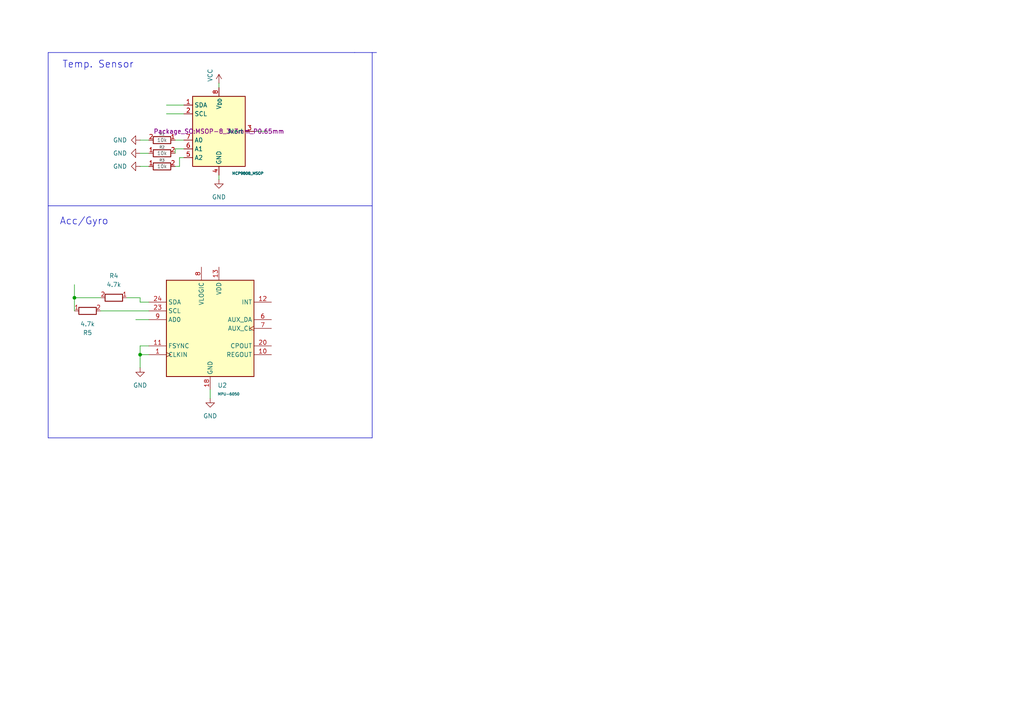
<source format=kicad_sch>
(kicad_sch
	(version 20250114)
	(generator "eeschema")
	(generator_version "9.0")
	(uuid "f7e33e23-a484-4c9b-b19d-4dc21d06d72f")
	(paper "A4")
	(lib_symbols
		(symbol "Device:R"
			(pin_names
				(offset 0)
			)
			(exclude_from_sim no)
			(in_bom yes)
			(on_board yes)
			(property "Reference" "R"
				(at 2.032 0 90)
				(effects
					(font
						(size 1.27 1.27)
					)
				)
			)
			(property "Value" "R"
				(at 0 0 90)
				(effects
					(font
						(size 1.27 1.27)
					)
				)
			)
			(property "Footprint" ""
				(at -1.778 0 90)
				(effects
					(font
						(size 1.27 1.27)
					)
					(hide yes)
				)
			)
			(property "Datasheet" "~"
				(at 0 0 0)
				(effects
					(font
						(size 1.27 1.27)
					)
					(hide yes)
				)
			)
			(property "Description" "Resistor"
				(at 0 0 0)
				(effects
					(font
						(size 1.27 1.27)
					)
					(hide yes)
				)
			)
			(property "ki_keywords" "R res resistor"
				(at 0 0 0)
				(effects
					(font
						(size 1.27 1.27)
					)
					(hide yes)
				)
			)
			(property "ki_fp_filters" "R_*"
				(at 0 0 0)
				(effects
					(font
						(size 1.27 1.27)
					)
					(hide yes)
				)
			)
			(symbol "R_0_1"
				(rectangle
					(start -1.016 -2.54)
					(end 1.016 2.54)
					(stroke
						(width 0.254)
						(type default)
					)
					(fill
						(type none)
					)
				)
			)
			(symbol "R_1_1"
				(pin passive line
					(at 0 3.81 270)
					(length 1.27)
					(name "~"
						(effects
							(font
								(size 1.27 1.27)
							)
						)
					)
					(number "1"
						(effects
							(font
								(size 1.27 1.27)
							)
						)
					)
				)
				(pin passive line
					(at 0 -3.81 90)
					(length 1.27)
					(name "~"
						(effects
							(font
								(size 1.27 1.27)
							)
						)
					)
					(number "2"
						(effects
							(font
								(size 1.27 1.27)
							)
						)
					)
				)
			)
			(embedded_fonts no)
		)
		(symbol "R_1"
			(pin_names
				(offset 0)
			)
			(exclude_from_sim no)
			(in_bom yes)
			(on_board yes)
			(property "Reference" "R"
				(at 2.032 0 90)
				(effects
					(font
						(size 1.27 1.27)
					)
				)
			)
			(property "Value" "R"
				(at 0 0 90)
				(effects
					(font
						(size 1.27 1.27)
					)
				)
			)
			(property "Footprint" ""
				(at -1.778 0 90)
				(effects
					(font
						(size 1.27 1.27)
					)
					(hide yes)
				)
			)
			(property "Datasheet" "~"
				(at 0 0 0)
				(effects
					(font
						(size 1.27 1.27)
					)
					(hide yes)
				)
			)
			(property "Description" "Resistor"
				(at 0 0 0)
				(effects
					(font
						(size 1.27 1.27)
					)
					(hide yes)
				)
			)
			(property "ki_keywords" "R res resistor"
				(at 0 0 0)
				(effects
					(font
						(size 1.27 1.27)
					)
					(hide yes)
				)
			)
			(property "ki_fp_filters" "R_*"
				(at 0 0 0)
				(effects
					(font
						(size 1.27 1.27)
					)
					(hide yes)
				)
			)
			(symbol "R_1_0_1"
				(rectangle
					(start -1.016 -2.54)
					(end 1.016 2.54)
					(stroke
						(width 0.254)
						(type default)
					)
					(fill
						(type none)
					)
				)
			)
			(symbol "R_1_1_1"
				(pin passive line
					(at 0 3.81 270)
					(length 1.27)
					(name "~"
						(effects
							(font
								(size 1.27 1.27)
							)
						)
					)
					(number "1"
						(effects
							(font
								(size 1.27 1.27)
							)
						)
					)
				)
				(pin passive line
					(at 0 -3.81 90)
					(length 1.27)
					(name "~"
						(effects
							(font
								(size 1.27 1.27)
							)
						)
					)
					(number "2"
						(effects
							(font
								(size 1.27 1.27)
							)
						)
					)
				)
			)
			(embedded_fonts no)
		)
		(symbol "R_2"
			(pin_names
				(offset 0)
			)
			(exclude_from_sim no)
			(in_bom yes)
			(on_board yes)
			(property "Reference" "R"
				(at 2.032 0 90)
				(effects
					(font
						(size 1.27 1.27)
					)
				)
			)
			(property "Value" "R"
				(at 0 0 90)
				(effects
					(font
						(size 1.27 1.27)
					)
				)
			)
			(property "Footprint" ""
				(at -1.778 0 90)
				(effects
					(font
						(size 1.27 1.27)
					)
					(hide yes)
				)
			)
			(property "Datasheet" "~"
				(at 0 0 0)
				(effects
					(font
						(size 1.27 1.27)
					)
					(hide yes)
				)
			)
			(property "Description" "Resistor"
				(at 0 0 0)
				(effects
					(font
						(size 1.27 1.27)
					)
					(hide yes)
				)
			)
			(property "ki_keywords" "R res resistor"
				(at 0 0 0)
				(effects
					(font
						(size 1.27 1.27)
					)
					(hide yes)
				)
			)
			(property "ki_fp_filters" "R_*"
				(at 0 0 0)
				(effects
					(font
						(size 1.27 1.27)
					)
					(hide yes)
				)
			)
			(symbol "R_2_0_1"
				(rectangle
					(start -1.016 -2.54)
					(end 1.016 2.54)
					(stroke
						(width 0.254)
						(type default)
					)
					(fill
						(type none)
					)
				)
			)
			(symbol "R_2_1_1"
				(pin passive line
					(at 0 3.81 270)
					(length 1.27)
					(name "~"
						(effects
							(font
								(size 1.27 1.27)
							)
						)
					)
					(number "1"
						(effects
							(font
								(size 1.27 1.27)
							)
						)
					)
				)
				(pin passive line
					(at 0 -3.81 90)
					(length 1.27)
					(name "~"
						(effects
							(font
								(size 1.27 1.27)
							)
						)
					)
					(number "2"
						(effects
							(font
								(size 1.27 1.27)
							)
						)
					)
				)
			)
			(embedded_fonts no)
		)
		(symbol "R_3"
			(pin_names
				(offset 0)
			)
			(exclude_from_sim no)
			(in_bom yes)
			(on_board yes)
			(property "Reference" "R"
				(at 2.032 0 90)
				(effects
					(font
						(size 1.27 1.27)
					)
				)
			)
			(property "Value" "R"
				(at 0 0 90)
				(effects
					(font
						(size 1.27 1.27)
					)
				)
			)
			(property "Footprint" ""
				(at -1.778 0 90)
				(effects
					(font
						(size 1.27 1.27)
					)
					(hide yes)
				)
			)
			(property "Datasheet" "~"
				(at 0 0 0)
				(effects
					(font
						(size 1.27 1.27)
					)
					(hide yes)
				)
			)
			(property "Description" "Resistor"
				(at 0 0 0)
				(effects
					(font
						(size 1.27 1.27)
					)
					(hide yes)
				)
			)
			(property "ki_keywords" "R res resistor"
				(at 0 0 0)
				(effects
					(font
						(size 1.27 1.27)
					)
					(hide yes)
				)
			)
			(property "ki_fp_filters" "R_*"
				(at 0 0 0)
				(effects
					(font
						(size 1.27 1.27)
					)
					(hide yes)
				)
			)
			(symbol "R_3_0_1"
				(rectangle
					(start -1.016 -2.54)
					(end 1.016 2.54)
					(stroke
						(width 0.254)
						(type default)
					)
					(fill
						(type none)
					)
				)
			)
			(symbol "R_3_1_1"
				(pin passive line
					(at 0 3.81 270)
					(length 1.27)
					(name "~"
						(effects
							(font
								(size 1.27 1.27)
							)
						)
					)
					(number "1"
						(effects
							(font
								(size 1.27 1.27)
							)
						)
					)
				)
				(pin passive line
					(at 0 -3.81 90)
					(length 1.27)
					(name "~"
						(effects
							(font
								(size 1.27 1.27)
							)
						)
					)
					(number "2"
						(effects
							(font
								(size 1.27 1.27)
							)
						)
					)
				)
			)
			(embedded_fonts no)
		)
		(symbol "R_4"
			(pin_names
				(offset 0)
			)
			(exclude_from_sim no)
			(in_bom yes)
			(on_board yes)
			(property "Reference" "R"
				(at 2.032 0 90)
				(effects
					(font
						(size 1.27 1.27)
					)
				)
			)
			(property "Value" "R"
				(at 0 0 90)
				(effects
					(font
						(size 1.27 1.27)
					)
				)
			)
			(property "Footprint" ""
				(at -1.778 0 90)
				(effects
					(font
						(size 1.27 1.27)
					)
					(hide yes)
				)
			)
			(property "Datasheet" "~"
				(at 0 0 0)
				(effects
					(font
						(size 1.27 1.27)
					)
					(hide yes)
				)
			)
			(property "Description" "Resistor"
				(at 0 0 0)
				(effects
					(font
						(size 1.27 1.27)
					)
					(hide yes)
				)
			)
			(property "ki_keywords" "R res resistor"
				(at 0 0 0)
				(effects
					(font
						(size 1.27 1.27)
					)
					(hide yes)
				)
			)
			(property "ki_fp_filters" "R_*"
				(at 0 0 0)
				(effects
					(font
						(size 1.27 1.27)
					)
					(hide yes)
				)
			)
			(symbol "R_4_0_1"
				(rectangle
					(start -1.016 -2.54)
					(end 1.016 2.54)
					(stroke
						(width 0.254)
						(type default)
					)
					(fill
						(type none)
					)
				)
			)
			(symbol "R_4_1_1"
				(pin passive line
					(at 0 3.81 270)
					(length 1.27)
					(name "~"
						(effects
							(font
								(size 1.27 1.27)
							)
						)
					)
					(number "1"
						(effects
							(font
								(size 1.27 1.27)
							)
						)
					)
				)
				(pin passive line
					(at 0 -3.81 90)
					(length 1.27)
					(name "~"
						(effects
							(font
								(size 1.27 1.27)
							)
						)
					)
					(number "2"
						(effects
							(font
								(size 1.27 1.27)
							)
						)
					)
				)
			)
			(embedded_fonts no)
		)
		(symbol "Sensor_Motion:MPU-6050"
			(exclude_from_sim no)
			(in_bom yes)
			(on_board yes)
			(property "Reference" "U"
				(at -11.43 13.97 0)
				(effects
					(font
						(size 1.27 1.27)
					)
				)
			)
			(property "Value" "MPU-6050"
				(at 7.62 -15.24 0)
				(effects
					(font
						(size 1.27 1.27)
					)
				)
			)
			(property "Footprint" "Sensor_Motion:InvenSense_QFN-24_4x4mm_P0.5mm"
				(at 0 -20.32 0)
				(effects
					(font
						(size 1.27 1.27)
					)
					(hide yes)
				)
			)
			(property "Datasheet" "https://invensense.tdk.com/wp-content/uploads/2015/02/MPU-6000-Datasheet1.pdf"
				(at 0 -3.81 0)
				(effects
					(font
						(size 1.27 1.27)
					)
					(hide yes)
				)
			)
			(property "Description" "InvenSense 6-Axis Motion Sensor, Gyroscope, Accelerometer, I2C"
				(at 0 0 0)
				(effects
					(font
						(size 1.27 1.27)
					)
					(hide yes)
				)
			)
			(property "ki_keywords" "mems"
				(at 0 0 0)
				(effects
					(font
						(size 1.27 1.27)
					)
					(hide yes)
				)
			)
			(property "ki_fp_filters" "*QFN*4x4mm*P0.5mm*"
				(at 0 0 0)
				(effects
					(font
						(size 1.27 1.27)
					)
					(hide yes)
				)
			)
			(symbol "MPU-6050_0_1"
				(rectangle
					(start -12.7 13.97)
					(end 12.7 -13.97)
					(stroke
						(width 0.254)
						(type default)
					)
					(fill
						(type background)
					)
				)
			)
			(symbol "MPU-6050_1_1"
				(pin bidirectional line
					(at -17.78 7.62 0)
					(length 5.08)
					(name "SDA"
						(effects
							(font
								(size 1.27 1.27)
							)
						)
					)
					(number "24"
						(effects
							(font
								(size 1.27 1.27)
							)
						)
					)
				)
				(pin input line
					(at -17.78 5.08 0)
					(length 5.08)
					(name "SCL"
						(effects
							(font
								(size 1.27 1.27)
							)
						)
					)
					(number "23"
						(effects
							(font
								(size 1.27 1.27)
							)
						)
					)
				)
				(pin input line
					(at -17.78 2.54 0)
					(length 5.08)
					(name "AD0"
						(effects
							(font
								(size 1.27 1.27)
							)
						)
					)
					(number "9"
						(effects
							(font
								(size 1.27 1.27)
							)
						)
					)
				)
				(pin input line
					(at -17.78 -5.08 0)
					(length 5.08)
					(name "FSYNC"
						(effects
							(font
								(size 1.27 1.27)
							)
						)
					)
					(number "11"
						(effects
							(font
								(size 1.27 1.27)
							)
						)
					)
				)
				(pin input clock
					(at -17.78 -7.62 0)
					(length 5.08)
					(name "CLKIN"
						(effects
							(font
								(size 1.27 1.27)
							)
						)
					)
					(number "1"
						(effects
							(font
								(size 1.27 1.27)
							)
						)
					)
				)
				(pin no_connect line
					(at -12.7 12.7 0)
					(length 2.54)
					(hide yes)
					(name "NC"
						(effects
							(font
								(size 1.27 1.27)
							)
						)
					)
					(number "2"
						(effects
							(font
								(size 1.27 1.27)
							)
						)
					)
				)
				(pin no_connect line
					(at -12.7 10.16 0)
					(length 2.54)
					(hide yes)
					(name "NC"
						(effects
							(font
								(size 1.27 1.27)
							)
						)
					)
					(number "3"
						(effects
							(font
								(size 1.27 1.27)
							)
						)
					)
				)
				(pin no_connect line
					(at -12.7 0 0)
					(length 2.54)
					(hide yes)
					(name "NC"
						(effects
							(font
								(size 1.27 1.27)
							)
						)
					)
					(number "4"
						(effects
							(font
								(size 1.27 1.27)
							)
						)
					)
				)
				(pin no_connect line
					(at -12.7 -2.54 0)
					(length 2.54)
					(hide yes)
					(name "NC"
						(effects
							(font
								(size 1.27 1.27)
							)
						)
					)
					(number "5"
						(effects
							(font
								(size 1.27 1.27)
							)
						)
					)
				)
				(pin no_connect line
					(at -12.7 -10.16 0)
					(length 2.54)
					(hide yes)
					(name "NC"
						(effects
							(font
								(size 1.27 1.27)
							)
						)
					)
					(number "14"
						(effects
							(font
								(size 1.27 1.27)
							)
						)
					)
				)
				(pin power_in line
					(at -2.54 17.78 270)
					(length 3.81)
					(name "VLOGIC"
						(effects
							(font
								(size 1.27 1.27)
							)
						)
					)
					(number "8"
						(effects
							(font
								(size 1.27 1.27)
							)
						)
					)
				)
				(pin power_in line
					(at 0 -17.78 90)
					(length 3.81)
					(name "GND"
						(effects
							(font
								(size 1.27 1.27)
							)
						)
					)
					(number "18"
						(effects
							(font
								(size 1.27 1.27)
							)
						)
					)
				)
				(pin power_in line
					(at 2.54 17.78 270)
					(length 3.81)
					(name "VDD"
						(effects
							(font
								(size 1.27 1.27)
							)
						)
					)
					(number "13"
						(effects
							(font
								(size 1.27 1.27)
							)
						)
					)
				)
				(pin no_connect line
					(at 12.7 12.7 180)
					(length 2.54)
					(hide yes)
					(name "NC"
						(effects
							(font
								(size 1.27 1.27)
							)
						)
					)
					(number "15"
						(effects
							(font
								(size 1.27 1.27)
							)
						)
					)
				)
				(pin no_connect line
					(at 12.7 10.16 180)
					(length 2.54)
					(hide yes)
					(name "NC"
						(effects
							(font
								(size 1.27 1.27)
							)
						)
					)
					(number "16"
						(effects
							(font
								(size 1.27 1.27)
							)
						)
					)
				)
				(pin no_connect line
					(at 12.7 5.08 180)
					(length 2.54)
					(hide yes)
					(name "NC"
						(effects
							(font
								(size 1.27 1.27)
							)
						)
					)
					(number "17"
						(effects
							(font
								(size 1.27 1.27)
							)
						)
					)
				)
				(pin no_connect line
					(at 12.7 -2.54 180)
					(length 2.54)
					(hide yes)
					(name "RESV"
						(effects
							(font
								(size 1.27 1.27)
							)
						)
					)
					(number "21"
						(effects
							(font
								(size 1.27 1.27)
							)
						)
					)
				)
				(pin no_connect line
					(at 12.7 -10.16 180)
					(length 2.54)
					(hide yes)
					(name "RESV"
						(effects
							(font
								(size 1.27 1.27)
							)
						)
					)
					(number "19"
						(effects
							(font
								(size 1.27 1.27)
							)
						)
					)
				)
				(pin no_connect line
					(at 12.7 -12.7 180)
					(length 2.54)
					(hide yes)
					(name "RESV"
						(effects
							(font
								(size 1.27 1.27)
							)
						)
					)
					(number "22"
						(effects
							(font
								(size 1.27 1.27)
							)
						)
					)
				)
				(pin output line
					(at 17.78 7.62 180)
					(length 5.08)
					(name "INT"
						(effects
							(font
								(size 1.27 1.27)
							)
						)
					)
					(number "12"
						(effects
							(font
								(size 1.27 1.27)
							)
						)
					)
				)
				(pin bidirectional line
					(at 17.78 2.54 180)
					(length 5.08)
					(name "AUX_DA"
						(effects
							(font
								(size 1.27 1.27)
							)
						)
					)
					(number "6"
						(effects
							(font
								(size 1.27 1.27)
							)
						)
					)
				)
				(pin output clock
					(at 17.78 0 180)
					(length 5.08)
					(name "AUX_CL"
						(effects
							(font
								(size 1.27 1.27)
							)
						)
					)
					(number "7"
						(effects
							(font
								(size 1.27 1.27)
							)
						)
					)
				)
				(pin passive line
					(at 17.78 -5.08 180)
					(length 5.08)
					(name "CPOUT"
						(effects
							(font
								(size 1.27 1.27)
							)
						)
					)
					(number "20"
						(effects
							(font
								(size 1.27 1.27)
							)
						)
					)
				)
				(pin passive line
					(at 17.78 -7.62 180)
					(length 5.08)
					(name "REGOUT"
						(effects
							(font
								(size 1.27 1.27)
							)
						)
					)
					(number "10"
						(effects
							(font
								(size 1.27 1.27)
							)
						)
					)
				)
			)
			(embedded_fonts no)
		)
		(symbol "Sensor_Temperature:MCP9808_MSOP"
			(exclude_from_sim no)
			(in_bom yes)
			(on_board yes)
			(property "Reference" "U"
				(at -6.35 11.43 0)
				(effects
					(font
						(size 1.27 1.27)
					)
				)
			)
			(property "Value" "MCP9808_MSOP"
				(at 10.16 11.43 0)
				(effects
					(font
						(size 1.27 1.27)
					)
				)
			)
			(property "Footprint" "Package_SO:MSOP-8_3x3mm_P0.65mm"
				(at 0 0 0)
				(effects
					(font
						(size 1.27 1.27)
					)
					(hide yes)
				)
			)
			(property "Datasheet" "http://ww1.microchip.com/downloads/en/DeviceDoc/22203b.pdf"
				(at -6.35 11.43 0)
				(effects
					(font
						(size 1.27 1.27)
					)
					(hide yes)
				)
			)
			(property "Description" "±0.25°C (±0.5°C) Typical (Maximum), Digital Temperature Sensor, MSOP-8"
				(at 0 0 0)
				(effects
					(font
						(size 1.27 1.27)
					)
					(hide yes)
				)
			)
			(property "ki_keywords" "temperature sensor I2C"
				(at 0 0 0)
				(effects
					(font
						(size 1.27 1.27)
					)
					(hide yes)
				)
			)
			(property "ki_fp_filters" "MSOP*3x3mm*P0.65mm*"
				(at 0 0 0)
				(effects
					(font
						(size 1.27 1.27)
					)
					(hide yes)
				)
			)
			(symbol "MCP9808_MSOP_0_1"
				(rectangle
					(start -7.62 10.16)
					(end 7.62 -10.16)
					(stroke
						(width 0.254)
						(type default)
					)
					(fill
						(type background)
					)
				)
			)
			(symbol "MCP9808_MSOP_1_1"
				(pin bidirectional line
					(at -10.16 7.62 0)
					(length 2.54)
					(name "SDA"
						(effects
							(font
								(size 1.27 1.27)
							)
						)
					)
					(number "1"
						(effects
							(font
								(size 1.27 1.27)
							)
						)
					)
				)
				(pin input line
					(at -10.16 5.08 0)
					(length 2.54)
					(name "SCL"
						(effects
							(font
								(size 1.27 1.27)
							)
						)
					)
					(number "2"
						(effects
							(font
								(size 1.27 1.27)
							)
						)
					)
				)
				(pin input line
					(at -10.16 -2.54 0)
					(length 2.54)
					(name "A0"
						(effects
							(font
								(size 1.27 1.27)
							)
						)
					)
					(number "7"
						(effects
							(font
								(size 1.27 1.27)
							)
						)
					)
				)
				(pin input line
					(at -10.16 -5.08 0)
					(length 2.54)
					(name "A1"
						(effects
							(font
								(size 1.27 1.27)
							)
						)
					)
					(number "6"
						(effects
							(font
								(size 1.27 1.27)
							)
						)
					)
				)
				(pin input line
					(at -10.16 -7.62 0)
					(length 2.54)
					(name "A2"
						(effects
							(font
								(size 1.27 1.27)
							)
						)
					)
					(number "5"
						(effects
							(font
								(size 1.27 1.27)
							)
						)
					)
				)
				(pin power_in line
					(at 0 12.7 270)
					(length 2.54)
					(name "V_{DD}"
						(effects
							(font
								(size 1.27 1.27)
							)
						)
					)
					(number "8"
						(effects
							(font
								(size 1.27 1.27)
							)
						)
					)
				)
				(pin power_in line
					(at 0 -12.7 90)
					(length 2.54)
					(name "GND"
						(effects
							(font
								(size 1.27 1.27)
							)
						)
					)
					(number "4"
						(effects
							(font
								(size 1.27 1.27)
							)
						)
					)
				)
				(pin output line
					(at 10.16 0 180)
					(length 2.54)
					(name "Alert"
						(effects
							(font
								(size 1.27 1.27)
							)
						)
					)
					(number "3"
						(effects
							(font
								(size 1.27 1.27)
							)
						)
					)
				)
			)
			(embedded_fonts no)
		)
		(symbol "power:GND"
			(power)
			(pin_numbers
				(hide yes)
			)
			(pin_names
				(offset 0)
				(hide yes)
			)
			(exclude_from_sim no)
			(in_bom yes)
			(on_board yes)
			(property "Reference" "#PWR"
				(at 0 -6.35 0)
				(effects
					(font
						(size 1.27 1.27)
					)
					(hide yes)
				)
			)
			(property "Value" "GND"
				(at 0 -3.81 0)
				(effects
					(font
						(size 1.27 1.27)
					)
				)
			)
			(property "Footprint" ""
				(at 0 0 0)
				(effects
					(font
						(size 1.27 1.27)
					)
					(hide yes)
				)
			)
			(property "Datasheet" ""
				(at 0 0 0)
				(effects
					(font
						(size 1.27 1.27)
					)
					(hide yes)
				)
			)
			(property "Description" "Power symbol creates a global label with name \"GND\" , ground"
				(at 0 0 0)
				(effects
					(font
						(size 1.27 1.27)
					)
					(hide yes)
				)
			)
			(property "ki_keywords" "global power"
				(at 0 0 0)
				(effects
					(font
						(size 1.27 1.27)
					)
					(hide yes)
				)
			)
			(symbol "GND_0_1"
				(polyline
					(pts
						(xy 0 0) (xy 0 -1.27) (xy 1.27 -1.27) (xy 0 -2.54) (xy -1.27 -1.27) (xy 0 -1.27)
					)
					(stroke
						(width 0)
						(type default)
					)
					(fill
						(type none)
					)
				)
			)
			(symbol "GND_1_1"
				(pin power_in line
					(at 0 0 270)
					(length 0)
					(name "~"
						(effects
							(font
								(size 1.27 1.27)
							)
						)
					)
					(number "1"
						(effects
							(font
								(size 1.27 1.27)
							)
						)
					)
				)
			)
			(embedded_fonts no)
		)
		(symbol "power:VCC"
			(power)
			(pin_numbers
				(hide yes)
			)
			(pin_names
				(offset 0)
				(hide yes)
			)
			(exclude_from_sim no)
			(in_bom yes)
			(on_board yes)
			(property "Reference" "#PWR"
				(at 0 -3.81 0)
				(effects
					(font
						(size 1.27 1.27)
					)
					(hide yes)
				)
			)
			(property "Value" "VCC"
				(at 0 3.556 0)
				(effects
					(font
						(size 1.27 1.27)
					)
				)
			)
			(property "Footprint" ""
				(at 0 0 0)
				(effects
					(font
						(size 1.27 1.27)
					)
					(hide yes)
				)
			)
			(property "Datasheet" ""
				(at 0 0 0)
				(effects
					(font
						(size 1.27 1.27)
					)
					(hide yes)
				)
			)
			(property "Description" "Power symbol creates a global label with name \"VCC\""
				(at 0 0 0)
				(effects
					(font
						(size 1.27 1.27)
					)
					(hide yes)
				)
			)
			(property "ki_keywords" "global power"
				(at 0 0 0)
				(effects
					(font
						(size 1.27 1.27)
					)
					(hide yes)
				)
			)
			(symbol "VCC_0_1"
				(polyline
					(pts
						(xy -0.762 1.27) (xy 0 2.54)
					)
					(stroke
						(width 0)
						(type default)
					)
					(fill
						(type none)
					)
				)
				(polyline
					(pts
						(xy 0 2.54) (xy 0.762 1.27)
					)
					(stroke
						(width 0)
						(type default)
					)
					(fill
						(type none)
					)
				)
				(polyline
					(pts
						(xy 0 0) (xy 0 2.54)
					)
					(stroke
						(width 0)
						(type default)
					)
					(fill
						(type none)
					)
				)
			)
			(symbol "VCC_1_1"
				(pin power_in line
					(at 0 0 90)
					(length 0)
					(name "~"
						(effects
							(font
								(size 1.27 1.27)
							)
						)
					)
					(number "1"
						(effects
							(font
								(size 1.27 1.27)
							)
						)
					)
				)
			)
			(embedded_fonts no)
		)
	)
	(text "R3"
		(exclude_from_sim no)
		(at 46.99 46.736 0)
		(effects
			(font
				(size 0.762 0.762)
				(color 112 114 110 1)
			)
		)
		(uuid "03fa02d4-4d23-45d5-8866-d2d7eb539d50")
	)
	(text "Temp. Sensor"
		(exclude_from_sim no)
		(at 18.034 18.796 0)
		(effects
			(font
				(size 2.032 2.032)
			)
			(justify left)
		)
		(uuid "11c443c2-0099-41f8-b360-39f061ea58a7")
	)
	(text "R2"
		(exclude_from_sim no)
		(at 46.99 42.926 0)
		(effects
			(font
				(size 0.762 0.762)
				(color 112 114 110 1)
			)
		)
		(uuid "7cd4a884-592d-4143-856a-87fa8396e5b1")
	)
	(text "10k"
		(exclude_from_sim no)
		(at 46.99 48.514 0)
		(effects
			(font
				(size 1.016 1.016)
				(color 112 114 110 1)
			)
		)
		(uuid "a6858354-efa1-4d80-b868-20536a781bef")
	)
	(text "R1"
		(exclude_from_sim no)
		(at 46.99 39.116 0)
		(effects
			(font
				(size 0.762 0.762)
				(color 112 114 110 1)
			)
		)
		(uuid "b2a22f50-88db-4821-a322-740aeb01fe95")
	)
	(text "10k"
		(exclude_from_sim no)
		(at 46.99 40.894 0)
		(effects
			(font
				(size 1.016 1.016)
				(color 112 114 110 1)
			)
		)
		(uuid "c400326b-6074-4e72-9e69-a4e5e468c6c4")
	)
	(text "Acc/Gyro"
		(exclude_from_sim no)
		(at 17.272 64.262 0)
		(effects
			(font
				(size 2.032 2.032)
			)
			(justify left)
		)
		(uuid "e0846b97-81a1-4fc8-8eef-618ad8ec8d28")
	)
	(text "10k"
		(exclude_from_sim no)
		(at 46.99 44.704 0)
		(effects
			(font
				(size 1.016 1.016)
				(color 112 114 110 1)
			)
		)
		(uuid "edce43f5-2673-487b-b3e7-7ec33cbd10ee")
	)
	(junction
		(at 21.59 86.36)
		(diameter 0)
		(color 0 0 0 0)
		(uuid "e0d78746-d23f-42ad-a2c2-285d35743f57")
	)
	(junction
		(at 40.64 102.87)
		(diameter 0)
		(color 0 0 0 0)
		(uuid "f9c01ef7-bdf3-46f2-a309-fb36ea9edd89")
	)
	(wire
		(pts
			(xy 39.37 92.71) (xy 43.18 92.71)
		)
		(stroke
			(width 0)
			(type default)
		)
		(uuid "0541550c-7a07-4406-b41c-fed7cd672c3a")
	)
	(polyline
		(pts
			(xy 13.97 59.69) (xy 107.95 59.69)
		)
		(stroke
			(width 0)
			(type default)
		)
		(uuid "05aefd0b-7d19-48e7-a2e7-74ef768674c4")
	)
	(wire
		(pts
			(xy 40.64 44.45) (xy 43.18 44.45)
		)
		(stroke
			(width 0)
			(type default)
		)
		(uuid "0708a755-c49e-4fcc-8e11-30cb9ca4da7d")
	)
	(wire
		(pts
			(xy 40.64 87.63) (xy 43.18 87.63)
		)
		(stroke
			(width 0)
			(type default)
		)
		(uuid "081bec14-01ef-48fd-b9cb-87ccd166f087")
	)
	(wire
		(pts
			(xy 29.21 90.17) (xy 43.18 90.17)
		)
		(stroke
			(width 0)
			(type default)
		)
		(uuid "08f6fda4-d0d2-4c1a-a0f1-392a346d4340")
	)
	(polyline
		(pts
			(xy 107.95 127) (xy 13.97 127)
		)
		(stroke
			(width 0)
			(type default)
		)
		(uuid "0d8c5b74-cf3c-4cd2-9524-35db2bd2d2fd")
	)
	(wire
		(pts
			(xy 52.07 45.72) (xy 53.34 45.72)
		)
		(stroke
			(width 0)
			(type default)
		)
		(uuid "0e56d301-fce0-45c8-b725-4084629cef4f")
	)
	(wire
		(pts
			(xy 21.59 86.36) (xy 29.21 86.36)
		)
		(stroke
			(width 0)
			(type default)
		)
		(uuid "0e8e5913-6621-48f8-bb5e-ec652f09315b")
	)
	(wire
		(pts
			(xy 52.07 45.72) (xy 52.07 48.26)
		)
		(stroke
			(width 0)
			(type default)
		)
		(uuid "0fe9336e-d586-411a-aa38-be2cdc0e0215")
	)
	(wire
		(pts
			(xy 73.66 38.1) (xy 77.47 38.1)
		)
		(stroke
			(width 0)
			(type default)
		)
		(uuid "16d49d92-b0b9-467e-8f65-4aaef8f4f8b0")
	)
	(wire
		(pts
			(xy 50.8 43.18) (xy 50.8 44.45)
		)
		(stroke
			(width 0)
			(type default)
		)
		(uuid "1bf85f1d-c9e8-4766-b02b-e28da43aaa48")
	)
	(polyline
		(pts
			(xy 107.95 59.69) (xy 107.95 15.24)
		)
		(stroke
			(width 0)
			(type default)
		)
		(uuid "330b874d-9c43-40e2-9a81-9db31c51ece5")
	)
	(wire
		(pts
			(xy 50.8 43.18) (xy 53.34 43.18)
		)
		(stroke
			(width 0)
			(type default)
		)
		(uuid "3b7b1729-4b17-47f8-ac3f-6773ea6e1587")
	)
	(wire
		(pts
			(xy 40.64 48.26) (xy 43.18 48.26)
		)
		(stroke
			(width 0)
			(type default)
		)
		(uuid "3ccb02fe-4d2a-4b14-90c6-1d50f73153dd")
	)
	(wire
		(pts
			(xy 40.64 86.36) (xy 40.64 87.63)
		)
		(stroke
			(width 0)
			(type default)
		)
		(uuid "3fd4d0d3-5d80-4492-9889-c0136f04fdb6")
	)
	(wire
		(pts
			(xy 21.59 82.55) (xy 21.59 86.36)
		)
		(stroke
			(width 0)
			(type default)
		)
		(uuid "406cced5-8eac-434e-887b-a8e177f21fe3")
	)
	(wire
		(pts
			(xy 40.64 102.87) (xy 43.18 102.87)
		)
		(stroke
			(width 0)
			(type default)
		)
		(uuid "4a96923f-bee3-40d6-a368-81fbd8be3f30")
	)
	(wire
		(pts
			(xy 36.83 86.36) (xy 40.64 86.36)
		)
		(stroke
			(width 0)
			(type default)
		)
		(uuid "511c7761-a03b-4d52-a3e4-ba16e95b0ee0")
	)
	(wire
		(pts
			(xy 50.8 48.26) (xy 52.07 48.26)
		)
		(stroke
			(width 0)
			(type default)
		)
		(uuid "5481a767-b25a-4e00-b952-28b209ef75f0")
	)
	(wire
		(pts
			(xy 48.26 33.02) (xy 53.34 33.02)
		)
		(stroke
			(width 0)
			(type default)
		)
		(uuid "61e28097-1d39-4284-a302-caf1d6eaabbd")
	)
	(wire
		(pts
			(xy 40.64 102.87) (xy 40.64 106.68)
		)
		(stroke
			(width 0)
			(type default)
		)
		(uuid "68d83249-4b58-429b-a6f9-70250ca399f2")
	)
	(wire
		(pts
			(xy 43.18 100.33) (xy 40.64 100.33)
		)
		(stroke
			(width 0)
			(type default)
		)
		(uuid "8c924f7c-9a90-464d-82db-f1cef311dc03")
	)
	(polyline
		(pts
			(xy 102.87 15.24) (xy 13.97 15.24)
		)
		(stroke
			(width 0)
			(type default)
		)
		(uuid "9189c9c5-3f56-4cad-b380-5c9c3aea5c61")
	)
	(wire
		(pts
			(xy 21.59 86.36) (xy 21.59 90.17)
		)
		(stroke
			(width 0)
			(type default)
		)
		(uuid "9250095b-8ff8-43aa-a1d7-8ef4df9834e9")
	)
	(wire
		(pts
			(xy 63.5 52.07) (xy 63.5 50.8)
		)
		(stroke
			(width 0)
			(type default)
		)
		(uuid "a8e0f408-8779-408a-be03-18bd75ea39ac")
	)
	(polyline
		(pts
			(xy 107.95 59.69) (xy 107.95 127)
		)
		(stroke
			(width 0)
			(type default)
		)
		(uuid "abead47c-3cfa-435e-8e24-04e44e31906a")
	)
	(polyline
		(pts
			(xy 13.97 15.24) (xy 13.97 59.69)
		)
		(stroke
			(width 0)
			(type default)
		)
		(uuid "b902ac7f-36b3-4785-914d-feb0f4d76209")
	)
	(wire
		(pts
			(xy 63.5 24.13) (xy 63.5 25.4)
		)
		(stroke
			(width 0)
			(type default)
		)
		(uuid "bcc07844-b43a-4da0-9b01-e47fa844ef7d")
	)
	(wire
		(pts
			(xy 40.64 100.33) (xy 40.64 102.87)
		)
		(stroke
			(width 0)
			(type default)
		)
		(uuid "be488d16-adc2-498e-b5a6-418dca756493")
	)
	(polyline
		(pts
			(xy 102.87 15.24) (xy 109.22 15.24)
		)
		(stroke
			(width 0)
			(type default)
		)
		(uuid "c30db3a4-01df-4784-bd80-5869f4af62de")
	)
	(wire
		(pts
			(xy 60.96 113.03) (xy 60.96 115.57)
		)
		(stroke
			(width 0)
			(type default)
		)
		(uuid "ce80e42c-5fa1-4fa5-b349-2c7158725577")
	)
	(wire
		(pts
			(xy 40.64 40.64) (xy 43.18 40.64)
		)
		(stroke
			(width 0)
			(type default)
		)
		(uuid "cf0d3c57-3419-4ca4-84fc-ff171c399d5f")
	)
	(wire
		(pts
			(xy 50.8 40.64) (xy 53.34 40.64)
		)
		(stroke
			(width 0)
			(type default)
		)
		(uuid "d41dc015-ae5c-4d8b-9e5f-56ff76d88e62")
	)
	(polyline
		(pts
			(xy 13.97 127) (xy 13.97 59.69)
		)
		(stroke
			(width 0)
			(type default)
		)
		(uuid "e7717289-502d-4d48-8f38-1ca3dbe0cb2d")
	)
	(wire
		(pts
			(xy 48.26 30.48) (xy 53.34 30.48)
		)
		(stroke
			(width 0)
			(type default)
		)
		(uuid "e9214724-74fb-4405-803d-887b8c802fd4")
	)
	(symbol
		(lib_id "power:GND")
		(at 40.64 106.68 0)
		(unit 1)
		(exclude_from_sim no)
		(in_bom yes)
		(on_board yes)
		(dnp no)
		(fields_autoplaced yes)
		(uuid "2e8c0a3f-4ee1-4db8-af62-444fa1f42b6f")
		(property "Reference" "#PWR07"
			(at 40.64 113.03 0)
			(effects
				(font
					(size 1.27 1.27)
				)
				(hide yes)
			)
		)
		(property "Value" "GND"
			(at 40.64 111.76 0)
			(effects
				(font
					(size 1.27 1.27)
				)
			)
		)
		(property "Footprint" ""
			(at 40.64 106.68 0)
			(effects
				(font
					(size 1.27 1.27)
				)
				(hide yes)
			)
		)
		(property "Datasheet" ""
			(at 40.64 106.68 0)
			(effects
				(font
					(size 1.27 1.27)
				)
				(hide yes)
			)
		)
		(property "Description" "Power symbol creates a global label with name \"GND\" , ground"
			(at 40.64 106.68 0)
			(effects
				(font
					(size 1.27 1.27)
				)
				(hide yes)
			)
		)
		(pin "1"
			(uuid "04fea60b-044f-4b00-9f2f-ad12dad85f08")
		)
		(instances
			(project ""
				(path "/f7e33e23-a484-4c9b-b19d-4dc21d06d72f"
					(reference "#PWR07")
					(unit 1)
				)
			)
		)
	)
	(symbol
		(lib_name "R_3")
		(lib_id "Device:R")
		(at 33.02 86.36 270)
		(unit 1)
		(exclude_from_sim no)
		(in_bom yes)
		(on_board yes)
		(dnp no)
		(fields_autoplaced yes)
		(uuid "3f0ce9b8-404f-47b8-a317-c78d635c6951")
		(property "Reference" "R4"
			(at 33.02 80.01 90)
			(effects
				(font
					(size 1.27 1.27)
				)
			)
		)
		(property "Value" "4.7k"
			(at 33.02 82.55 90)
			(effects
				(font
					(size 1.27 1.27)
				)
			)
		)
		(property "Footprint" "Resistor_SMD:R_0201_0603Metric"
			(at 33.02 84.582 90)
			(effects
				(font
					(size 1.27 1.27)
				)
				(hide yes)
			)
		)
		(property "Datasheet" "~"
			(at 33.02 86.36 0)
			(effects
				(font
					(size 1.27 1.27)
				)
				(hide yes)
			)
		)
		(property "Description" "Resistor"
			(at 33.02 86.36 0)
			(effects
				(font
					(size 1.27 1.27)
				)
				(hide yes)
			)
		)
		(pin "2"
			(uuid "da3b9640-f876-4923-a135-d2f5041711e7")
		)
		(pin "1"
			(uuid "d2ce06fe-4f3f-4ba1-a0c4-c615be48d8da")
		)
		(instances
			(project ""
				(path "/f7e33e23-a484-4c9b-b19d-4dc21d06d72f"
					(reference "R4")
					(unit 1)
				)
			)
		)
	)
	(symbol
		(lib_id "Sensor_Temperature:MCP9808_MSOP")
		(at 63.5 38.1 0)
		(unit 1)
		(exclude_from_sim no)
		(in_bom yes)
		(on_board yes)
		(dnp no)
		(uuid "50da0bf4-ee1c-483a-ad25-867a03792404")
		(property "Reference" "U1"
			(at 80.01 31.6798 0)
			(effects
				(font
					(size 1.27 1.27)
				)
				(hide yes)
			)
		)
		(property "Value" "MCP9808_MSOP"
			(at 71.882 50.292 0)
			(effects
				(font
					(size 0.762 0.762)
				)
			)
		)
		(property "Footprint" "Package_SO:MSOP-8_3x3mm_P0.65mm"
			(at 63.5 38.1 0)
			(effects
				(font
					(size 1.27 1.27)
				)
			)
		)
		(property "Datasheet" "http://ww1.microchip.com/downloads/en/DeviceDoc/22203b.pdf"
			(at 57.15 26.67 0)
			(effects
				(font
					(size 1.27 1.27)
				)
				(hide yes)
			)
		)
		(property "Description" "±0.25°C (±0.5°C) Typical (Maximum), Digital Temperature Sensor, MSOP-8"
			(at 63.5 38.1 0)
			(effects
				(font
					(size 1.27 1.27)
				)
				(hide yes)
			)
		)
		(pin "2"
			(uuid "0c98851c-b799-4c7c-b20e-d4bfd27f2b70")
		)
		(pin "1"
			(uuid "10aab3e2-da68-4552-845a-4627b1f7e6ee")
		)
		(pin "6"
			(uuid "b0cfc0aa-bca6-4e7b-939e-9a1533f1aadd")
		)
		(pin "5"
			(uuid "484f777a-ed56-4940-a97b-dc02f18200c4")
		)
		(pin "4"
			(uuid "39c9f663-e91f-4d84-ace2-91d63e6eab67")
		)
		(pin "3"
			(uuid "cfbad7de-cd9a-4127-b15f-941d5bf1cf7b")
		)
		(pin "7"
			(uuid "0464c7f4-e1c8-420d-a337-d79903849de1")
		)
		(pin "8"
			(uuid "f05d6754-f1b2-4c3a-8cb9-2eb73fafff22")
		)
		(instances
			(project ""
				(path "/f7e33e23-a484-4c9b-b19d-4dc21d06d72f"
					(reference "U1")
					(unit 1)
				)
			)
		)
	)
	(symbol
		(lib_id "Device:R")
		(at 46.99 48.26 90)
		(unit 1)
		(exclude_from_sim no)
		(in_bom yes)
		(on_board yes)
		(dnp no)
		(uuid "5a0d7406-843d-4873-adab-052752740e78")
		(property "Reference" "R3"
			(at 45.7199 45.72 0)
			(effects
				(font
					(size 1.27 1.27)
				)
				(justify left)
				(hide yes)
			)
		)
		(property "Value" "10k"
			(at 48.2599 45.72 0)
			(effects
				(font
					(size 1.27 1.27)
				)
				(justify left)
				(hide yes)
			)
		)
		(property "Footprint" "Resistor_SMD:R_0201_0603Metric"
			(at 46.99 50.038 90)
			(effects
				(font
					(size 1.27 1.27)
				)
				(hide yes)
			)
		)
		(property "Datasheet" "~"
			(at 46.99 48.26 0)
			(effects
				(font
					(size 1.27 1.27)
				)
				(hide yes)
			)
		)
		(property "Description" "Resistor"
			(at 46.99 48.26 0)
			(effects
				(font
					(size 1.27 1.27)
				)
				(hide yes)
			)
		)
		(pin "1"
			(uuid "ef9a1234-f7ad-4aaf-a85e-8dbb6b38f439")
		)
		(pin "2"
			(uuid "ee5af67f-9f02-43c1-a060-33d4691e3f6d")
		)
		(instances
			(project "cubesat"
				(path "/f7e33e23-a484-4c9b-b19d-4dc21d06d72f"
					(reference "R3")
					(unit 1)
				)
			)
		)
	)
	(symbol
		(lib_id "power:GND")
		(at 40.64 48.26 270)
		(unit 1)
		(exclude_from_sim no)
		(in_bom yes)
		(on_board yes)
		(dnp no)
		(uuid "7a511819-7b44-4d83-bc85-872cfa62a493")
		(property "Reference" "#PWR06"
			(at 34.29 48.26 0)
			(effects
				(font
					(size 1.27 1.27)
				)
				(hide yes)
			)
		)
		(property "Value" "GND"
			(at 32.766 48.26 90)
			(effects
				(font
					(size 1.27 1.27)
				)
				(justify left)
			)
		)
		(property "Footprint" ""
			(at 40.64 48.26 0)
			(effects
				(font
					(size 1.27 1.27)
				)
			)
		)
		(property "Datasheet" ""
			(at 40.64 48.26 0)
			(effects
				(font
					(size 1.27 1.27)
				)
				(hide yes)
			)
		)
		(property "Description" "Power symbol creates a global label with name \"GND\" , ground"
			(at 40.64 48.26 0)
			(effects
				(font
					(size 1.27 1.27)
				)
				(hide yes)
			)
		)
		(pin "1"
			(uuid "da30b543-f0d9-4000-8a55-f3e2b463ec4e")
		)
		(instances
			(project "cubesat"
				(path "/f7e33e23-a484-4c9b-b19d-4dc21d06d72f"
					(reference "#PWR06")
					(unit 1)
				)
			)
		)
	)
	(symbol
		(lib_id "power:GND")
		(at 40.64 44.45 270)
		(unit 1)
		(exclude_from_sim no)
		(in_bom yes)
		(on_board yes)
		(dnp no)
		(uuid "82fa8ffb-3f64-41b0-9f45-5cb80a1eaf3e")
		(property "Reference" "#PWR03"
			(at 34.29 44.45 0)
			(effects
				(font
					(size 1.27 1.27)
				)
				(hide yes)
			)
		)
		(property "Value" "GND"
			(at 32.766 44.45 90)
			(effects
				(font
					(size 1.27 1.27)
				)
				(justify left)
			)
		)
		(property "Footprint" ""
			(at 40.64 44.45 0)
			(effects
				(font
					(size 1.27 1.27)
				)
			)
		)
		(property "Datasheet" ""
			(at 40.64 44.45 0)
			(effects
				(font
					(size 1.27 1.27)
				)
				(hide yes)
			)
		)
		(property "Description" "Power symbol creates a global label with name \"GND\" , ground"
			(at 40.64 44.45 0)
			(effects
				(font
					(size 1.27 1.27)
				)
				(hide yes)
			)
		)
		(pin "1"
			(uuid "bed7d1b3-c27b-4a71-bbc0-1155b8c34965")
		)
		(instances
			(project ""
				(path "/f7e33e23-a484-4c9b-b19d-4dc21d06d72f"
					(reference "#PWR03")
					(unit 1)
				)
			)
		)
	)
	(symbol
		(lib_id "power:GND")
		(at 60.96 115.57 0)
		(unit 1)
		(exclude_from_sim no)
		(in_bom yes)
		(on_board yes)
		(dnp no)
		(fields_autoplaced yes)
		(uuid "872f41d6-34b5-48c9-909d-d65afc3617bb")
		(property "Reference" "#PWR04"
			(at 60.96 121.92 0)
			(effects
				(font
					(size 1.27 1.27)
				)
				(hide yes)
			)
		)
		(property "Value" "GND"
			(at 60.96 120.65 0)
			(effects
				(font
					(size 1.27 1.27)
				)
			)
		)
		(property "Footprint" ""
			(at 60.96 115.57 0)
			(effects
				(font
					(size 1.27 1.27)
				)
				(hide yes)
			)
		)
		(property "Datasheet" ""
			(at 60.96 115.57 0)
			(effects
				(font
					(size 1.27 1.27)
				)
				(hide yes)
			)
		)
		(property "Description" "Power symbol creates a global label with name \"GND\" , ground"
			(at 60.96 115.57 0)
			(effects
				(font
					(size 1.27 1.27)
				)
				(hide yes)
			)
		)
		(pin "1"
			(uuid "b8cd6010-8ad0-4df0-975d-c87fc72090ef")
		)
		(instances
			(project "cubesat"
				(path "/f7e33e23-a484-4c9b-b19d-4dc21d06d72f"
					(reference "#PWR04")
					(unit 1)
				)
			)
		)
	)
	(symbol
		(lib_name "R_2")
		(lib_id "Device:R")
		(at 46.99 44.45 90)
		(mirror x)
		(unit 1)
		(exclude_from_sim no)
		(in_bom yes)
		(on_board yes)
		(dnp no)
		(uuid "be5db68c-8256-4a75-a607-e7bebc05ccfc")
		(property "Reference" "R2"
			(at 45.7199 46.99 0)
			(effects
				(font
					(size 1.27 1.27)
				)
				(justify left)
				(hide yes)
			)
		)
		(property "Value" "10k"
			(at 48.2599 46.99 0)
			(effects
				(font
					(size 1.27 1.27)
				)
				(justify left)
				(hide yes)
			)
		)
		(property "Footprint" "Resistor_SMD:R_0201_0603Metric"
			(at 46.99 42.672 90)
			(effects
				(font
					(size 1.27 1.27)
				)
				(hide yes)
			)
		)
		(property "Datasheet" "~"
			(at 46.99 44.45 0)
			(effects
				(font
					(size 1.27 1.27)
				)
				(hide yes)
			)
		)
		(property "Description" "Resistor"
			(at 46.99 44.45 0)
			(effects
				(font
					(size 1.27 1.27)
				)
				(hide yes)
			)
		)
		(pin "1"
			(uuid "61f0d03a-9b58-439e-a798-0b3f23baf5f7")
		)
		(pin "2"
			(uuid "0e581d7d-1497-4bc4-b817-2b73c0d2a039")
		)
		(instances
			(project "cubesat"
				(path "/f7e33e23-a484-4c9b-b19d-4dc21d06d72f"
					(reference "R2")
					(unit 1)
				)
			)
		)
	)
	(symbol
		(lib_id "power:VCC")
		(at 63.5 24.13 0)
		(unit 1)
		(exclude_from_sim no)
		(in_bom yes)
		(on_board yes)
		(dnp no)
		(uuid "d02f55b1-76bb-4cfc-96a7-7d333ee95aa1")
		(property "Reference" "#PWR01"
			(at 63.5 27.94 0)
			(effects
				(font
					(size 1.27 1.27)
				)
				(hide yes)
			)
		)
		(property "Value" "VCC"
			(at 60.96 21.844 90)
			(effects
				(font
					(size 1.27 1.27)
				)
			)
		)
		(property "Footprint" ""
			(at 63.5 24.13 0)
			(effects
				(font
					(size 1.27 1.27)
				)
			)
		)
		(property "Datasheet" ""
			(at 63.5 24.13 0)
			(effects
				(font
					(size 1.27 1.27)
				)
				(hide yes)
			)
		)
		(property "Description" "Power symbol creates a global label with name \"VCC\""
			(at 63.5 24.13 0)
			(effects
				(font
					(size 1.27 1.27)
				)
				(hide yes)
			)
		)
		(pin "1"
			(uuid "cd222906-4ec1-4dc5-ac49-309f0ed5cacf")
		)
		(instances
			(project ""
				(path "/f7e33e23-a484-4c9b-b19d-4dc21d06d72f"
					(reference "#PWR01")
					(unit 1)
				)
			)
		)
	)
	(symbol
		(lib_id "Sensor_Motion:MPU-6050")
		(at 60.96 95.25 0)
		(unit 1)
		(exclude_from_sim no)
		(in_bom yes)
		(on_board yes)
		(dnp no)
		(fields_autoplaced yes)
		(uuid "d1531b70-e8ee-4dfe-95d4-39f9e3c75c4f")
		(property "Reference" "U2"
			(at 63.1033 111.76 0)
			(effects
				(font
					(size 1.27 1.27)
				)
				(justify left)
			)
		)
		(property "Value" "MPU-6050"
			(at 63.1033 114.3 0)
			(effects
				(font
					(size 0.762 0.762)
				)
				(justify left)
			)
		)
		(property "Footprint" "Sensor_Motion:InvenSense_QFN-24_4x4mm_P0.5mm"
			(at 60.96 115.57 0)
			(effects
				(font
					(size 1.27 1.27)
				)
				(hide yes)
			)
		)
		(property "Datasheet" "https://invensense.tdk.com/wp-content/uploads/2015/02/MPU-6000-Datasheet1.pdf"
			(at 60.96 99.06 0)
			(effects
				(font
					(size 1.27 1.27)
				)
				(hide yes)
			)
		)
		(property "Description" "InvenSense 6-Axis Motion Sensor, Gyroscope, Accelerometer, I2C"
			(at 60.96 95.25 0)
			(effects
				(font
					(size 1.27 1.27)
				)
				(hide yes)
			)
		)
		(pin "24"
			(uuid "a397139a-4348-45a6-88d5-e4c4724a82f7")
		)
		(pin "14"
			(uuid "286256c3-3b07-47db-9955-5baacc72bfd8")
		)
		(pin "15"
			(uuid "4778531f-08f4-45af-902a-bbfa2ca7168c")
		)
		(pin "12"
			(uuid "c3334793-daa0-42e4-a086-cba7d2d1b5fb")
		)
		(pin "18"
			(uuid "5650556c-ee41-4fc9-868f-531eab4ad323")
		)
		(pin "7"
			(uuid "b4095ad9-7a3d-482c-a39f-1cd9c089d5b4")
		)
		(pin "1"
			(uuid "e5f2d08c-23e4-473b-a686-458a3cee39d9")
		)
		(pin "4"
			(uuid "0f322d15-79d1-43b7-9de1-2390017001e1")
		)
		(pin "22"
			(uuid "04395110-e3f5-44d2-b367-56ed283b1c39")
		)
		(pin "2"
			(uuid "0f79e21e-c7f2-4253-9c25-1cdb76a4c2d9")
		)
		(pin "19"
			(uuid "6207b79c-ca16-4236-8c7c-6db0deb2be01")
		)
		(pin "21"
			(uuid "2457de20-4c82-4ace-a65e-3dca2572d053")
		)
		(pin "9"
			(uuid "62f0f5b4-d632-4138-a94f-3c7b4922a513")
		)
		(pin "6"
			(uuid "765151e9-6d8c-4ccf-bcc1-9fcafec942bd")
		)
		(pin "3"
			(uuid "d40262c5-4696-4b5a-9914-3b881cf89589")
		)
		(pin "11"
			(uuid "a6c4f517-9b34-488c-b87e-8c82ed64620c")
		)
		(pin "16"
			(uuid "29a07d7d-ac8d-4805-b1e1-7d4dd2d7aca3")
		)
		(pin "23"
			(uuid "bd14763a-76e9-4657-93a3-fd4f0566b87a")
		)
		(pin "5"
			(uuid "b0e735db-ce1c-45de-bd2c-8fa3124b4d52")
		)
		(pin "8"
			(uuid "157293a4-5804-4408-a20a-4ca0d4ff72d3")
		)
		(pin "13"
			(uuid "94733490-9313-4de7-97c8-f882fe9b2e83")
		)
		(pin "17"
			(uuid "bead0a5b-a749-4641-8ca1-3b11adf3a003")
		)
		(pin "20"
			(uuid "4b02abd6-d2b1-4a74-80f2-651255712b33")
		)
		(pin "10"
			(uuid "3969c26e-2e1a-424f-b3ad-d37d51553d82")
		)
		(instances
			(project ""
				(path "/f7e33e23-a484-4c9b-b19d-4dc21d06d72f"
					(reference "U2")
					(unit 1)
				)
			)
		)
	)
	(symbol
		(lib_id "power:GND")
		(at 63.5 52.07 0)
		(unit 1)
		(exclude_from_sim no)
		(in_bom yes)
		(on_board yes)
		(dnp no)
		(fields_autoplaced yes)
		(uuid "d2db5b8a-e95c-454c-951f-b20a1353ce8c")
		(property "Reference" "#PWR05"
			(at 63.5 58.42 0)
			(effects
				(font
					(size 1.27 1.27)
				)
				(hide yes)
			)
		)
		(property "Value" "GND"
			(at 63.5 57.15 0)
			(effects
				(font
					(size 1.27 1.27)
				)
			)
		)
		(property "Footprint" ""
			(at 63.5 52.07 0)
			(effects
				(font
					(size 1.27 1.27)
				)
			)
		)
		(property "Datasheet" ""
			(at 63.5 52.07 0)
			(effects
				(font
					(size 1.27 1.27)
				)
				(hide yes)
			)
		)
		(property "Description" "Power symbol creates a global label with name \"GND\" , ground"
			(at 63.5 52.07 0)
			(effects
				(font
					(size 1.27 1.27)
				)
				(hide yes)
			)
		)
		(pin "1"
			(uuid "0b7e44a8-7516-4b76-8cbd-df8e5fd5158a")
		)
		(instances
			(project ""
				(path "/f7e33e23-a484-4c9b-b19d-4dc21d06d72f"
					(reference "#PWR05")
					(unit 1)
				)
			)
		)
	)
	(symbol
		(lib_name "R_1")
		(lib_id "Device:R")
		(at 46.99 40.64 270)
		(unit 1)
		(exclude_from_sim no)
		(in_bom yes)
		(on_board yes)
		(dnp no)
		(fields_autoplaced yes)
		(uuid "da255b3d-77d9-4bb6-8a15-78108986c16d")
		(property "Reference" "R1"
			(at 46.99 34.29 90)
			(effects
				(font
					(size 1.27 1.27)
				)
				(hide yes)
			)
		)
		(property "Value" "10k"
			(at 46.99 36.83 90)
			(effects
				(font
					(size 1.27 1.27)
					(thickness 0.1588)
				)
				(justify top)
				(hide yes)
			)
		)
		(property "Footprint" "Resistor_SMD:R_0201_0603Metric"
			(at 46.99 38.862 90)
			(effects
				(font
					(size 1.27 1.27)
				)
				(hide yes)
			)
		)
		(property "Datasheet" "~"
			(at 46.99 40.64 0)
			(effects
				(font
					(size 1.27 1.27)
				)
				(hide yes)
			)
		)
		(property "Description" "Resistor"
			(at 46.99 40.64 0)
			(effects
				(font
					(size 1.27 1.27)
				)
				(hide yes)
			)
		)
		(pin "1"
			(uuid "67729bcf-95f1-4501-a344-2d0cd246852c")
		)
		(pin "2"
			(uuid "eba1a8f9-6eb1-4f97-b218-7e82e521497c")
		)
		(instances
			(project ""
				(path "/f7e33e23-a484-4c9b-b19d-4dc21d06d72f"
					(reference "R1")
					(unit 1)
				)
			)
		)
	)
	(symbol
		(lib_name "R_4")
		(lib_id "Device:R")
		(at 25.4 90.17 90)
		(unit 1)
		(exclude_from_sim no)
		(in_bom yes)
		(on_board yes)
		(dnp no)
		(fields_autoplaced yes)
		(uuid "f365b49b-7d30-416a-b84f-ad77199aff6a")
		(property "Reference" "R5"
			(at 25.4 96.52 90)
			(effects
				(font
					(size 1.27 1.27)
				)
			)
		)
		(property "Value" "4.7k"
			(at 25.4 93.98 90)
			(effects
				(font
					(size 1.27 1.27)
				)
			)
		)
		(property "Footprint" "Resistor_SMD:R_0201_0603Metric"
			(at 25.4 91.948 90)
			(effects
				(font
					(size 1.27 1.27)
				)
				(hide yes)
			)
		)
		(property "Datasheet" "~"
			(at 25.4 90.17 0)
			(effects
				(font
					(size 1.27 1.27)
				)
				(hide yes)
			)
		)
		(property "Description" "Resistor"
			(at 25.4 90.17 0)
			(effects
				(font
					(size 1.27 1.27)
				)
				(hide yes)
			)
		)
		(pin "2"
			(uuid "49587ad0-21d3-4193-bdf8-41a4f2533ff0")
		)
		(pin "1"
			(uuid "4a218e67-2e6c-418e-945b-e71169781df5")
		)
		(instances
			(project ""
				(path "/f7e33e23-a484-4c9b-b19d-4dc21d06d72f"
					(reference "R5")
					(unit 1)
				)
			)
		)
	)
	(symbol
		(lib_id "power:GND")
		(at 40.64 40.64 270)
		(unit 1)
		(exclude_from_sim no)
		(in_bom yes)
		(on_board yes)
		(dnp no)
		(uuid "f8896543-441c-4659-82c6-b986d33350b9")
		(property "Reference" "#PWR02"
			(at 34.29 40.64 0)
			(effects
				(font
					(size 1.27 1.27)
				)
				(hide yes)
			)
		)
		(property "Value" "GND"
			(at 32.766 40.64 90)
			(effects
				(font
					(size 1.27 1.27)
				)
				(justify left)
			)
		)
		(property "Footprint" ""
			(at 40.64 40.64 0)
			(effects
				(font
					(size 1.27 1.27)
				)
			)
		)
		(property "Datasheet" ""
			(at 40.64 40.64 0)
			(effects
				(font
					(size 1.27 1.27)
				)
				(hide yes)
			)
		)
		(property "Description" "Power symbol creates a global label with name \"GND\" , ground"
			(at 40.64 40.64 0)
			(effects
				(font
					(size 1.27 1.27)
				)
				(hide yes)
			)
		)
		(pin "1"
			(uuid "0c35f734-1a56-42dc-87d1-ceb3811653cf")
		)
		(instances
			(project ""
				(path "/f7e33e23-a484-4c9b-b19d-4dc21d06d72f"
					(reference "#PWR02")
					(unit 1)
				)
			)
		)
	)
	(sheet_instances
		(path "/"
			(page "1")
		)
	)
	(embedded_fonts no)
)

</source>
